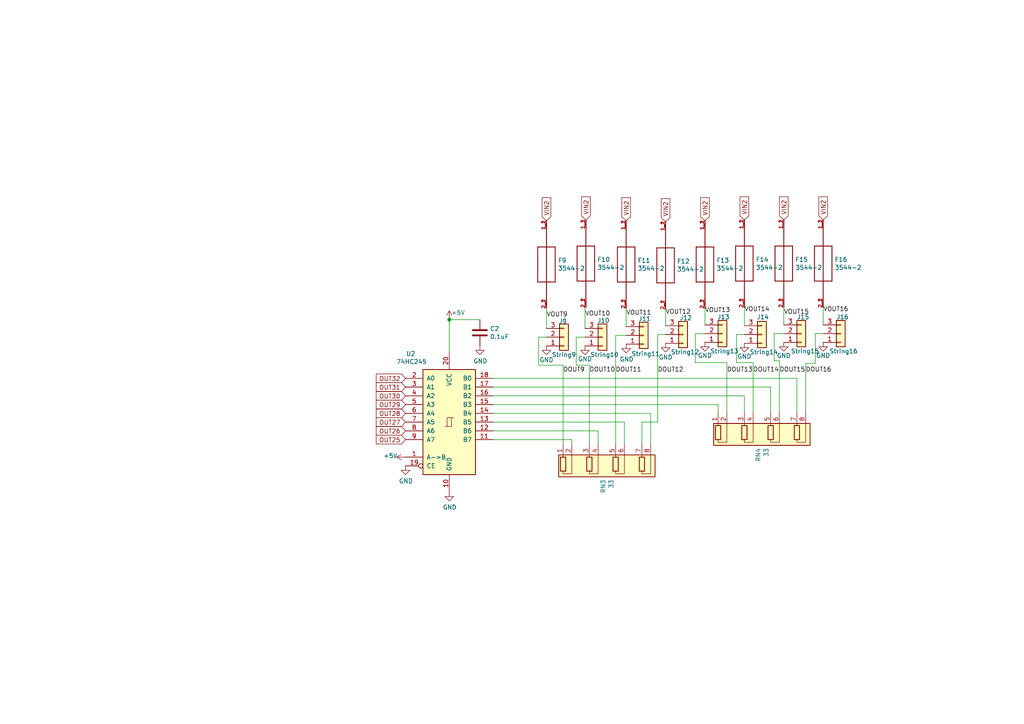
<source format=kicad_sch>
(kicad_sch (version 20211123) (generator eeschema)
  (paper "A4")
  (title_block (title "16 Expansion SMD") (date "2022-06-05") (rev "v3") (company "Scott Hanson"))
  (lib_symbols
    (symbol "74xx:74HC245" (pin_names (offset 1.016))
      (property "Reference" "U" (at -7.62 16.51 0))
      (property "Value" "74HC245" (at -7.62 -16.51 0))
      (symbol "74HC245_1_0"
        (polyline (pts (xy -0.635 -1.27) (xy -0.635 1.27) (xy 0.635 1.27)))
        (polyline (pts (xy -1.27 -1.27) (xy 0.635 -1.27) (xy 0.635 1.27) (xy 1.27 1.27)))
        (pin input line (at -12.7 -10.16 0) (length 5.08) (name "A->B") (number "1"))
        (pin power_in line (at 0 -20.32 90) (length 5.08) (name "GND") (number "10"))
        (pin tri_state line (at 12.7 -5.08 180) (length 5.08) (name "B7") (number "11"))
        (pin tri_state line (at 12.7 -2.54 180) (length 5.08) (name "B6") (number "12"))
        (pin tri_state line (at 12.7 0 180) (length 5.08) (name "B5") (number "13"))
        (pin tri_state line (at 12.7 2.54 180) (length 5.08) (name "B4") (number "14"))
        (pin tri_state line (at 12.7 5.08 180) (length 5.08) (name "B3") (number "15"))
        (pin tri_state line (at 12.7 7.62 180) (length 5.08) (name "B2") (number "16"))
        (pin tri_state line (at 12.7 10.16 180) (length 5.08) (name "B1") (number "17"))
        (pin tri_state line (at 12.7 12.7 180) (length 5.08) (name "B0") (number "18"))
        (pin input inverted (at -12.7 -12.7 0) (length 5.08) (name "CE") (number "19"))
        (pin tri_state line (at -12.7 12.7 0) (length 5.08) (name "A0") (number "2"))
        (pin power_in line (at 0 20.32 270) (length 5.08) (name "VCC") (number "20"))
        (pin tri_state line (at -12.7 10.16 0) (length 5.08) (name "A1") (number "3"))
        (pin tri_state line (at -12.7 7.62 0) (length 5.08) (name "A2") (number "4"))
        (pin tri_state line (at -12.7 5.08 0) (length 5.08) (name "A3") (number "5"))
        (pin tri_state line (at -12.7 2.54 0) (length 5.08) (name "A4") (number "6"))
        (pin tri_state line (at -12.7 0 0) (length 5.08) (name "A5") (number "7"))
        (pin tri_state line (at -12.7 -2.54 0) (length 5.08) (name "A6") (number "8"))
        (pin tri_state line (at -12.7 -5.08 0) (length 5.08) (name "A7") (number "9"))
      )
      (symbol "74HC245_1_1"
        (rectangle (start -7.62 15.24) (end 7.62 -15.24) (stroke (width 0.254)) (fill (type background)))
      )
    )
    (symbol "Connector_Generic:Conn_01x03" (pin_names (offset 1.016) hide)
      (property "Reference" "J" (at 0 5.08 0))
      (property "Value" "Conn_01x03" (at 0 -5.08 0))
      (symbol "Conn_01x03_1_1"
        (rectangle (start -1.27 -2.413) (end 0 -2.667) (stroke (width 0.1524)))
        (rectangle (start -1.27 0.127) (end 0 -0.127) (stroke (width 0.1524)))
        (rectangle (start -1.27 2.667) (end 0 2.413) (stroke (width 0.1524)))
        (rectangle (start -1.27 3.81) (end 1.27 -3.81) (stroke (width 0.254)) (fill (type background)))
        (pin passive line (at -5.08 2.54 0) (length 3.81) (name "Pin_1") (number "1"))
        (pin passive line (at -5.08 0 0) (length 3.81) (name "Pin_2") (number "2"))
        (pin passive line (at -5.08 -2.54 0) (length 3.81) (name "Pin_3") (number "3"))
      )
    )
    (symbol "PB_16-rescue:3544-2-Keystone_Fuse" (pin_names (offset 1.016) hide)
      (property "Reference" "F" (at -5.08 3.302 0))
      (property "Value" "3544-2-Keystone_Fuse" (at -5.08 -5.08 0))
      (symbol "3544-2-Keystone_Fuse_0_0"
        (polyline (pts (xy -12.7 0) (xy 12.7 0)) (stroke (width 0.254)))
        (polyline (pts (xy -5.08 -2.54) (xy -5.08 2.54)) (stroke (width 0.254)))
        (polyline (pts (xy -5.08 2.54) (xy 5.08 2.54)) (stroke (width 0.254)))
        (polyline (pts (xy 5.08 -2.54) (xy -5.08 -2.54)) (stroke (width 0.254)))
        (polyline (pts (xy 5.08 2.54) (xy 5.08 -2.54)) (stroke (width 0.254)))
        (pin passive line (at -12.7 0 0) (length 2.54) (name "1") (number "1_1"))
        (pin passive line (at -12.7 0 0) (length 2.54) (name "1") (number "1_2"))
        (pin passive line (at 12.7 0 180) (length 2.54) (name "2") (number "2_1"))
        (pin passive line (at 12.7 0 180) (length 2.54) (name "2") (number "2_2"))
      )
    )
    (symbol "PB_16-rescue:C-Device" (pin_numbers hide) (pin_names (offset 0.254))
      (property "Reference" "C" (at 0.635 2.54 0))
      (property "Value" "C-Device" (at 0.635 -2.54 0))
      (symbol "C-Device_0_1"
        (polyline (pts (xy -2.032 -0.762) (xy 2.032 -0.762)) (stroke (width 0.508)))
        (polyline (pts (xy -2.032 0.762) (xy 2.032 0.762)) (stroke (width 0.508)))
      )
      (symbol "C-Device_1_1"
        (pin passive line (at 0 3.81 270) (length 2.794) (name "~") (number "1"))
        (pin passive line (at 0 -3.81 90) (length 2.794) (name "~") (number "2"))
      )
    )
    (symbol "PB_16-rescue:R_Pack04_SIP-Device" (pin_names (offset 0) hide)
      (property "Reference" "RN" (at -15.24 0 90))
      (property "Value" "R_Pack04_SIP-Device" (at 15.24 0 90))
      (symbol "R_Pack04_SIP-Device_0_1"
        (rectangle (start -13.97 -1.905) (end 13.97 4.445) (stroke (width 0.254)) (fill (type background)))
        (rectangle (start -13.462 2.794) (end -11.938 -1.27) (stroke (width 0.254)))
        (rectangle (start -5.842 2.794) (end -4.318 -1.27) (stroke (width 0.254)))
        (polyline (pts (xy -12.7 2.794) (xy -12.7 3.556) (xy -10.16 3.556) (xy -10.16 -1.27)))
        (polyline (pts (xy -5.08 2.794) (xy -5.08 3.556) (xy -2.54 3.556) (xy -2.54 -1.27)))
        (polyline (pts (xy 2.54 2.794) (xy 2.54 3.556) (xy 5.08 3.556) (xy 5.08 -1.27)))
        (polyline (pts (xy 10.16 2.794) (xy 10.16 3.556) (xy 12.7 3.556) (xy 12.7 -1.27)))
        (rectangle (start 1.778 2.794) (end 3.302 -1.27) (stroke (width 0.254)))
        (rectangle (start 9.398 2.794) (end 10.922 -1.27) (stroke (width 0.254)))
      )
      (symbol "R_Pack04_SIP-Device_1_1"
        (pin passive line (at -12.7 -5.08 90) (length 3.81) (name "R1.1") (number "1"))
        (pin passive line (at -10.16 -5.08 90) (length 3.81) (name "R1.2") (number "2"))
        (pin passive line (at -5.08 -5.08 90) (length 3.81) (name "R2.1") (number "3"))
        (pin passive line (at -2.54 -5.08 90) (length 3.81) (name "R2.2") (number "4"))
        (pin passive line (at 2.54 -5.08 90) (length 3.81) (name "R3.1") (number "5"))
        (pin passive line (at 5.08 -5.08 90) (length 3.81) (name "R3.2") (number "6"))
        (pin passive line (at 10.16 -5.08 90) (length 3.81) (name "R4.1") (number "7"))
        (pin passive line (at 12.7 -5.08 90) (length 3.81) (name "R4.2") (number "8"))
      )
    )
    (symbol "power:+5V" (power) (pin_names (offset 0))
      (property "Value" "+5V" (at 0 3.556 0))
      (symbol "+5V_0_1"
        (polyline (pts (xy -0.762 1.27) (xy 0 2.54)))
        (polyline (pts (xy 0 0) (xy 0 2.54)))
        (polyline (pts (xy 0 2.54) (xy 0.762 1.27)))
      )
      (symbol "+5V_1_1"
        (pin power_in line (at 0 0 90) (length 0) hide (name "+5V") (number "1"))
      )
    )
    (symbol "power:GND" (power) (pin_names (offset 0))
      (property "Value" "GND" (at 0 -3.81 0))
      (symbol "GND_0_1"
        (polyline (pts (xy 0 0) (xy 0 -1.27) (xy 1.27 -1.27) (xy 0 -2.54) (xy -1.27 -1.27) (xy 0 -1.27)))
      )
      (symbol "GND_1_1"
        (pin power_in line (at 0 0 270) (length 0) hide (name "GND") (number "1"))
      )
    )
  )
  (junction (at 130.302 92.71))
  (wire (pts (xy 188.722 119.888) (xy 188.722 128.778)))
  (wire (pts (xy 226.06 119.634) (xy 226.06 104.648)))
  (wire (pts (xy 236.474 105.41) (xy 236.474 96.774)))
  (wire (pts (xy 143.002 119.888) (xy 188.722 119.888)))
  (wire (pts (xy 218.44 105.156) (xy 218.44 119.634)))
  (wire (pts (xy 213.614 105.156) (xy 218.44 105.156)))
  (wire (pts (xy 204.47 96.774) (xy 201.676 96.774)))
  (wire (pts (xy 143.002 112.268) (xy 223.52 112.268)))
  (wire (pts (xy 163.322 105.918) (xy 156.21 105.918)))
  (wire (pts (xy 143.002 109.728) (xy 231.14 109.728)))
  (wire (pts (xy 130.302 92.71) (xy 130.302 102.108)))
  (wire (pts (xy 215.9 89.154) (xy 215.9 94.488)))
  (wire (pts (xy 169.672 89.154) (xy 169.926 89.154)))
  (wire (pts (xy 210.82 105.156) (xy 210.82 119.634)))
  (wire (pts (xy 193.04 94.488) (xy 193.04 89.662)))
  (wire (pts (xy 208.28 117.348) (xy 208.28 119.634)))
  (wire (pts (xy 169.672 97.79) (xy 167.132 97.79)))
  (wire (pts (xy 143.002 127.508) (xy 165.862 127.508)))
  (wire (pts (xy 201.676 105.156) (xy 210.82 105.156)))
  (wire (pts (xy 233.68 119.634) (xy 233.68 105.41)))
  (wire (pts (xy 181.61 89.408) (xy 181.61 94.742)))
  (wire (pts (xy 143.002 117.348) (xy 208.28 117.348)))
  (wire (pts (xy 169.672 95.25) (xy 169.672 89.154)))
  (wire (pts (xy 139.192 92.71) (xy 130.302 92.71)))
  (wire (pts (xy 231.14 109.728) (xy 231.14 119.634)))
  (wire (pts (xy 178.562 128.778) (xy 178.562 97.282)))
  (wire (pts (xy 143.002 114.808) (xy 215.9 114.808)))
  (wire (pts (xy 236.474 96.774) (xy 238.76 96.774)))
  (wire (pts (xy 143.002 122.428) (xy 181.102 122.428)))
  (wire (pts (xy 163.322 128.778) (xy 163.322 105.918)))
  (wire (pts (xy 190.754 122.428) (xy 186.182 122.428)))
  (wire (pts (xy 233.68 105.41) (xy 236.474 105.41)))
  (wire (pts (xy 181.102 122.428) (xy 181.102 128.778)))
  (wire (pts (xy 226.06 104.648) (xy 224.536 104.648)))
  (wire (pts (xy 178.562 97.282) (xy 181.61 97.282)))
  (wire (pts (xy 227.33 89.154) (xy 227.33 94.234)))
  (wire (pts (xy 143.002 124.968) (xy 173.482 124.968)))
  (wire (pts (xy 215.9 97.028) (xy 213.614 97.028)))
  (wire (pts (xy 201.676 96.774) (xy 201.676 105.156)))
  (wire (pts (xy 167.132 105.918) (xy 167.132 97.79)))
  (wire (pts (xy 170.942 105.918) (xy 167.132 105.918)))
  (wire (pts (xy 224.536 104.648) (xy 224.536 96.774)))
  (wire (pts (xy 193.04 97.028) (xy 190.754 97.028)))
  (wire (pts (xy 213.614 97.028) (xy 213.614 105.156)))
  (wire (pts (xy 238.76 94.234) (xy 238.76 89.154)))
  (wire (pts (xy 186.182 122.428) (xy 186.182 128.778)))
  (wire (pts (xy 158.496 89.408) (xy 158.496 95.25)))
  (wire (pts (xy 215.9 119.634) (xy 215.9 114.808)))
  (wire (pts (xy 223.52 112.268) (xy 223.52 119.634)))
  (wire (pts (xy 190.754 97.028) (xy 190.754 122.428)))
  (wire (pts (xy 156.21 105.918) (xy 156.21 97.79)))
  (wire (pts (xy 204.47 94.234) (xy 204.47 89.408)))
  (wire (pts (xy 156.21 97.79) (xy 158.496 97.79)))
  (wire (pts (xy 224.536 96.774) (xy 227.33 96.774)))
  (wire (pts (xy 170.942 128.778) (xy 170.942 105.918)))
  (wire (pts (xy 165.862 127.508) (xy 165.862 128.778)))
  (wire (pts (xy 173.482 124.968) (xy 173.482 128.778)))
  (label "VOUT9" (at 158.496 92.202 0))
  (label "DOUT13" (at 210.82 108.204 0))
  (label "VOUT12" (at 193.04 91.44 0))
  (label "DOUT12" (at 190.754 108.204 0))
  (label "VOUT14" (at 215.9 90.678 0))
  (label "DOUT10" (at 170.942 108.204 0))
  (label "VOUT13" (at 204.47 90.932 0))
  (label "DOUT14" (at 218.44 108.204 0))
  (label "DOUT11" (at 178.562 108.204 0))
  (label "VOUT16" (at 238.76 90.678 0))
  (label "DOUT15" (at 226.06 108.204 0))
  (label "DOUT16" (at 233.68 108.204 0))
  (label "DOUT9" (at 163.322 108.204 0))
  (label "VOUT10" (at 169.672 91.948 0))
  (label "VOUT15" (at 227.33 91.44 0))
  (label "VOUT11" (at 181.61 91.694 0))
  (global_label "OUT25" (shape input) (at 117.602 127.508 180) (property "Intersheet References" "${INTERSHEET_REFS}" (effects hide)))
  (global_label "VIN2" (shape input) (at 169.926 63.754 90) (property "Intersheet References" "${INTERSHEET_REFS}" (effects hide)))
  (global_label "OUT30" (shape input) (at 117.602 114.808 180) (property "Intersheet References" "${INTERSHEET_REFS}" (effects hide)))
  (global_label "OUT28" (shape input) (at 117.602 119.888 180) (property "Intersheet References" "${INTERSHEET_REFS}" (effects hide)))
  (global_label "OUT31" (shape input) (at 117.602 112.268 180) (property "Intersheet References" "${INTERSHEET_REFS}" (effects hide)))
  (global_label "OUT26" (shape input) (at 117.602 124.968 180) (property "Intersheet References" "${INTERSHEET_REFS}" (effects hide)))
  (global_label "VIN2" (shape input) (at 181.61 64.008 90) (property "Intersheet References" "${INTERSHEET_REFS}" (effects hide)))
  (global_label "VIN2" (shape input) (at 204.47 64.008 90) (property "Intersheet References" "${INTERSHEET_REFS}" (effects hide)))
  (global_label "VIN2" (shape input) (at 215.9 63.754 90) (property "Intersheet References" "${INTERSHEET_REFS}" (effects hide)))
  (global_label "VIN2" (shape input) (at 238.76 63.754 90) (property "Intersheet References" "${INTERSHEET_REFS}" (effects hide)))
  (global_label "OUT27" (shape input) (at 117.602 122.428 180) (property "Intersheet References" "${INTERSHEET_REFS}" (effects hide)))
  (global_label "VIN2" (shape input) (at 193.04 64.262 90) (property "Intersheet References" "${INTERSHEET_REFS}" (effects hide)))
  (global_label "OUT29" (shape input) (at 117.602 117.348 180) (property "Intersheet References" "${INTERSHEET_REFS}" (effects hide)))
  (global_label "OUT32" (shape input) (at 117.602 109.728 180) (property "Intersheet References" "${INTERSHEET_REFS}" (effects hide)))
  (global_label "VIN2" (shape input) (at 227.33 63.754 90) (property "Intersheet References" "${INTERSHEET_REFS}" (effects hide)))
  (global_label "VIN2" (shape input) (at 158.496 64.008 90) (property "Intersheet References" "${INTERSHEET_REFS}" (effects hide)))
  (symbol (lib_id "Connector_Generic:Conn_01x03") (at 163.576 97.79 0) (mirror x) (unit 1)
    (property "Reference" "J9" (at 162.052 93.218 0) (effects (justify left)))
    (property "Value" "String9" (at 160.02 102.87 0) (effects (justify left)))
    (property "Footprint" "Connector_Phoenix_MC:PhoenixContact_MCV_1,5_3-G-3.5_1x03_P3.50mm_Vertical" (effects hide))
    (property "Digi-Key_PN" "277-5737-ND/ED10555-ND" (effects hide))
    (property "MPN" "1843619/OSTTJ0311530" (effects hide))
  )
  (symbol (lib_id "Connector_Generic:Conn_01x03") (at 174.752 97.79 0) (mirror x) (unit 1)
    (property "Reference" "J10" (at 173.228 92.964 0) (effects (justify left)))
    (property "Value" "String10" (at 171.196 102.87 0) (effects (justify left)))
    (property "Footprint" "Connector_Phoenix_MC:PhoenixContact_MCV_1,5_3-G-3.5_1x03_P3.50mm_Vertical" (effects hide))
    (property "Digi-Key_PN" "277-5737-ND/ED10555-ND" (effects hide))
    (property "MPN" "1843619/OSTTJ0311530" (effects hide))
  )
  (symbol (lib_id "Connector_Generic:Conn_01x03") (at 186.69 97.282 0) (mirror x) (unit 1)
    (property "Reference" "J11" (at 185.166 92.456 0) (effects (justify left)))
    (property "Value" "String11" (at 183.134 102.616 0) (effects (justify left)))
    (property "Footprint" "Connector_Phoenix_MC:PhoenixContact_MCV_1,5_3-G-3.5_1x03_P3.50mm_Vertical" (effects hide))
    (property "Digi-Key_PN" "277-5737-ND/ED10555-ND" (effects hide))
    (property "MPN" "1843619/OSTTJ0311530" (effects hide))
  )
  (symbol (lib_id "Connector_Generic:Conn_01x03") (at 198.12 97.028 0) (mirror x) (unit 1)
    (property "Reference" "J12" (at 197.104 92.202 0) (effects (justify left)))
    (property "Value" "String12" (at 194.564 102.108 0) (effects (justify left)))
    (property "Footprint" "Connector_Phoenix_MC:PhoenixContact_MCV_1,5_3-G-3.5_1x03_P3.50mm_Vertical" (effects hide))
    (property "Digi-Key_PN" "277-5737-ND/ED10555-ND" (effects hide))
    (property "MPN" "1843619/OSTTJ0311530" (effects hide))
  )
  (symbol (lib_id "Connector_Generic:Conn_01x03") (at 209.55 96.774 0) (mirror x) (unit 1)
    (property "Reference" "J13" (at 208.026 91.948 0) (effects (justify left)))
    (property "Value" "String13" (at 205.994 101.854 0) (effects (justify left)))
    (property "Footprint" "Connector_Phoenix_MC:PhoenixContact_MCV_1,5_3-G-3.5_1x03_P3.50mm_Vertical" (effects hide))
    (property "Digi-Key_PN" "277-5737-ND/ED10555-ND" (effects hide))
    (property "MPN" "1843619/OSTTJ0311530" (effects hide))
  )
  (symbol (lib_id "Connector_Generic:Conn_01x03") (at 220.98 97.028 0) (mirror x) (unit 1)
    (property "Reference" "J14" (at 219.456 91.948 0) (effects (justify left)))
    (property "Value" "String14" (at 217.424 102.108 0) (effects (justify left)))
    (property "Footprint" "Connector_Phoenix_MC:PhoenixContact_MCV_1,5_3-G-3.5_1x03_P3.50mm_Vertical" (effects hide))
    (property "Digi-Key_PN" "277-5737-ND/ED10555-ND" (effects hide))
    (property "MPN" "1843619/OSTTJ0311530" (effects hide))
  )
  (symbol (lib_id "Connector_Generic:Conn_01x03") (at 232.41 96.774 0) (mirror x) (unit 1)
    (property "Reference" "J15" (at 231.14 91.948 0) (effects (justify left)))
    (property "Value" "String15" (at 229.362 101.854 0) (effects (justify left)))
    (property "Footprint" "Connector_Phoenix_MC:PhoenixContact_MCV_1,5_3-G-3.5_1x03_P3.50mm_Vertical" (effects hide))
    (property "Digi-Key_PN" "277-5737-ND/ED10555-ND" (effects hide))
    (property "MPN" "1843619/OSTTJ0311530" (effects hide))
  )
  (symbol (lib_id "Connector_Generic:Conn_01x03") (at 243.84 96.774 0) (mirror x) (unit 1)
    (property "Reference" "J16" (at 242.57 91.948 0) (effects (justify left)))
    (property "Value" "String16" (at 240.538 101.854 0) (effects (justify left)))
    (property "Footprint" "Connector_Phoenix_MC:PhoenixContact_MCV_1,5_3-G-3.5_1x03_P3.50mm_Vertical" (effects hide))
    (property "Digi-Key_PN" "277-5737-ND/ED10555-ND" (effects hide))
    (property "MPN" "1843619/OSTTJ0311530" (effects hide))
  )
  (symbol (lib_id "power:GND") (at 158.496 100.33 0) (unit 1)
    (property "Reference" "#PWR024" (effects hide))
    (property "Value" "GND" (at 158.496 104.394 0))
  )
  (symbol (lib_id "power:GND") (at 169.672 100.33 0) (unit 1)
    (property "Reference" "#PWR025" (effects hide))
    (property "Value" "GND" (at 169.672 104.14 0))
  )
  (symbol (lib_id "power:GND") (at 181.61 99.822 0) (unit 1)
    (property "Reference" "#PWR026" (effects hide))
    (property "Value" "GND" (at 181.737 104.2162 0))
  )
  (symbol (lib_id "power:GND") (at 193.04 99.568 0) (unit 1)
    (property "Reference" "#PWR027" (effects hide))
    (property "Value" "GND" (at 193.04 103.632 0))
  )
  (symbol (lib_id "power:GND") (at 204.47 99.314 0) (unit 1)
    (property "Reference" "#PWR028" (effects hide))
    (property "Value" "GND" (at 204.47 103.124 0))
  )
  (symbol (lib_id "power:GND") (at 215.9 99.568 0) (unit 1)
    (property "Reference" "#PWR029" (effects hide))
    (property "Value" "GND" (at 215.9 103.378 0))
  )
  (symbol (lib_id "power:GND") (at 227.33 99.314 0) (unit 1)
    (property "Reference" "#PWR030" (effects hide))
    (property "Value" "GND" (at 227.33 103.124 0))
  )
  (symbol (lib_id "power:GND") (at 238.76 99.314 0) (unit 1)
    (property "Reference" "#PWR031" (effects hide))
    (property "Value" "GND" (at 238.76 103.124 0))
  )
  (symbol (lib_id "PB_16-rescue:3544-2-Keystone_Fuse") (at 169.926 76.454 270) (unit 1)
    (property "Reference" "F10" (at 173.228 75.2856 90) (effects (justify left)))
    (property "Value" "3544-2" (at 173.228 77.597 90) (effects (justify left)))
    (property "Footprint" "Keystone_Fuse:FUSE_3544-2" (effects hide))
    (property "Field4" "3544-2" (effects hide))
    (property "Field5" "None" (effects hide))
    (property "Field6" "Unavailable" (effects hide))
    (property "Field7" "Fuse Clip; 500 VAC; 30 A; PCB; For 0.110 in. x 0.032 in. mini blade fuses" (effects hide))
    (property "Field8" "Keystone Electronics" (effects hide))
    (property "Digi-Key_PN" "36-3544-2-ND" (effects hide))
    (property "MPN" "3544-2" (effects hide))
  )
  (symbol (lib_id "PB_16-rescue:3544-2-Keystone_Fuse") (at 181.61 76.708 270) (unit 1)
    (property "Reference" "F11" (at 184.912 75.5396 90) (effects (justify left)))
    (property "Value" "3544-2" (at 184.912 77.851 90) (effects (justify left)))
    (property "Footprint" "Keystone_Fuse:FUSE_3544-2" (effects hide))
    (property "Field4" "3544-2" (effects hide))
    (property "Field5" "None" (effects hide))
    (property "Field6" "Unavailable" (effects hide))
    (property "Field7" "Fuse Clip; 500 VAC; 30 A; PCB; For 0.110 in. x 0.032 in. mini blade fuses" (effects hide))
    (property "Field8" "Keystone Electronics" (effects hide))
    (property "Digi-Key_PN" "36-3544-2-ND" (effects hide))
    (property "MPN" "3544-2" (effects hide))
  )
  (symbol (lib_id "PB_16-rescue:3544-2-Keystone_Fuse") (at 193.04 76.962 270) (unit 1)
    (property "Reference" "F12" (at 196.342 75.7936 90) (effects (justify left)))
    (property "Value" "3544-2" (at 196.342 78.105 90) (effects (justify left)))
    (property "Footprint" "Keystone_Fuse:FUSE_3544-2" (effects hide))
    (property "Field4" "3544-2" (effects hide))
    (property "Field5" "None" (effects hide))
    (property "Field6" "Unavailable" (effects hide))
    (property "Field7" "Fuse Clip; 500 VAC; 30 A; PCB; For 0.110 in. x 0.032 in. mini blade fuses" (effects hide))
    (property "Field8" "Keystone Electronics" (effects hide))
    (property "Digi-Key_PN" "36-3544-2-ND" (effects hide))
    (property "MPN" "3544-2" (effects hide))
  )
  (symbol (lib_id "PB_16-rescue:3544-2-Keystone_Fuse") (at 204.47 76.708 270) (unit 1)
    (property "Reference" "F13" (at 207.772 75.5396 90) (effects (justify left)))
    (property "Value" "3544-2" (at 207.772 77.851 90) (effects (justify left)))
    (property "Footprint" "Keystone_Fuse:FUSE_3544-2" (effects hide))
    (property "Field4" "3544-2" (effects hide))
    (property "Field5" "None" (effects hide))
    (property "Field6" "Unavailable" (effects hide))
    (property "Field7" "Fuse Clip; 500 VAC; 30 A; PCB; For 0.110 in. x 0.032 in. mini blade fuses" (effects hide))
    (property "Field8" "Keystone Electronics" (effects hide))
    (property "Digi-Key_PN" "36-3544-2-ND" (effects hide))
    (property "MPN" "3544-2" (effects hide))
  )
  (symbol (lib_id "PB_16-rescue:3544-2-Keystone_Fuse") (at 215.9 76.454 270) (unit 1)
    (property "Reference" "F14" (at 219.202 75.2856 90) (effects (justify left)))
    (property "Value" "3544-2" (at 219.202 77.597 90) (effects (justify left)))
    (property "Footprint" "Keystone_Fuse:FUSE_3544-2" (effects hide))
    (property "Field4" "3544-2" (effects hide))
    (property "Field5" "None" (effects hide))
    (property "Field6" "Unavailable" (effects hide))
    (property "Field7" "Fuse Clip; 500 VAC; 30 A; PCB; For 0.110 in. x 0.032 in. mini blade fuses" (effects hide))
    (property "Field8" "Keystone Electronics" (effects hide))
    (property "Digi-Key_PN" "36-3544-2-ND" (effects hide))
    (property "MPN" "3544-2" (effects hide))
  )
  (symbol (lib_id "PB_16-rescue:3544-2-Keystone_Fuse") (at 227.33 76.454 270) (unit 1)
    (property "Reference" "F15" (at 230.632 75.2856 90) (effects (justify left)))
    (property "Value" "3544-2" (at 230.632 77.597 90) (effects (justify left)))
    (property "Footprint" "Keystone_Fuse:FUSE_3544-2" (effects hide))
    (property "Field4" "3544-2" (effects hide))
    (property "Field5" "None" (effects hide))
    (property "Field6" "Unavailable" (effects hide))
    (property "Field7" "Fuse Clip; 500 VAC; 30 A; PCB; For 0.110 in. x 0.032 in. mini blade fuses" (effects hide))
    (property "Field8" "Keystone Electronics" (effects hide))
    (property "Digi-Key_PN" "36-3544-2-ND" (effects hide))
    (property "MPN" "3544-2" (effects hide))
  )
  (symbol (lib_id "PB_16-rescue:3544-2-Keystone_Fuse") (at 238.76 76.454 270) (unit 1)
    (property "Reference" "F16" (at 242.062 75.2856 90) (effects (justify left)))
    (property "Value" "3544-2" (at 242.062 77.597 90) (effects (justify left)))
    (property "Footprint" "Keystone_Fuse:FUSE_3544-2" (effects hide))
    (property "Field4" "3544-2" (effects hide))
    (property "Field5" "None" (effects hide))
    (property "Field6" "Unavailable" (effects hide))
    (property "Field7" "Fuse Clip; 500 VAC; 30 A; PCB; For 0.110 in. x 0.032 in. mini blade fuses" (effects hide))
    (property "Field8" "Keystone Electronics" (effects hide))
    (property "Digi-Key_PN" "36-3544-2-ND" (effects hide))
    (property "MPN" "3544-2" (effects hide))
  )
  (symbol (lib_id "power:GND") (at 130.302 142.748 0) (unit 1)
    (property "Reference" "#PWR023" (effects hide))
    (property "Value" "GND" (at 130.429 147.1422 0))
  )
  (symbol (lib_id "power:+5V") (at 117.602 132.588 90) (unit 1)
    (property "Reference" "#PWR020" (effects hide))
    (property "Value" "+5V" (at 113.2078 132.207 90))
  )
  (symbol (lib_id "power:GND") (at 117.602 135.128 0) (unit 1)
    (property "Reference" "#PWR021" (effects hide))
    (property "Value" "GND" (at 117.729 139.5222 0))
  )
  (symbol (lib_id "PB_16-rescue:C-Device") (at 139.192 96.52 0) (unit 1)
    (property "Reference" "C2" (at 142.113 95.3516 0) (effects (justify left)))
    (property "Value" "0.1uF" (at 142.113 97.663 0) (effects (justify left)))
    (property "Footprint" "Capacitor_SMD:C_0805_2012Metric_Pad1.15x1.40mm_HandSolder" (effects hide))
    (property "Digi-Key_PN" "478-1395-1-ND" (effects hide))
    (property "MPN" "08055C104KAT2A" (effects hide))
    (property "LCSC" "C49678" (effects hide))
  )
  (symbol (lib_id "power:+5V") (at 130.302 92.71 0) (unit 1)
    (property "Reference" "#PWR022" (effects hide))
    (property "Value" "+5V" (at 132.842 90.678 0))
  )
  (symbol (lib_id "PB_16-rescue:R_Pack04_SIP-Device") (at 220.98 124.714 0) (mirror x) (unit 1)
    (property "Reference" "RN4" (at 219.9132 129.921 90) (effects (justify left)))
    (property "Value" "33" (at 222.2246 129.921 90) (effects (justify left)))
    (property "Footprint" "Resistor_THT:R_Array_SIP8" (effects hide))
    (property "Datasheet" "http://www.vishay.com/docs/31509/csc.pdf" (effects hide))
    (property "Digi-Key_PN" "4608X-2-330LF-ND" (effects hide))
    (property "MPN" "4608X-102-330LF" (effects hide))
  )
  (symbol (lib_id "PB_16-rescue:3544-2-Keystone_Fuse") (at 158.496 76.708 270) (unit 1)
    (property "Reference" "F9" (at 161.798 75.5396 90) (effects (justify left)))
    (property "Value" "3544-2" (at 161.798 77.851 90) (effects (justify left)))
    (property "Footprint" "Keystone_Fuse:FUSE_3544-2" (effects hide))
    (property "Field4" "3544-2" (effects hide))
    (property "Field5" "None" (effects hide))
    (property "Field6" "Unavailable" (effects hide))
    (property "Field7" "Fuse Clip; 500 VAC; 30 A; PCB; For 0.110 in. x 0.032 in. mini blade fuses" (effects hide))
    (property "Field8" "Keystone Electronics" (effects hide))
    (property "Digi-Key_PN" "36-3544-2-ND" (effects hide))
    (property "MPN" "3544-2" (effects hide))
  )
  (symbol (lib_id "PB_16-rescue:R_Pack04_SIP-Device") (at 176.022 133.858 0) (mirror x) (unit 1)
    (property "Reference" "RN3" (at 174.9552 139.065 90) (effects (justify left)))
    (property "Value" "33" (at 177.2666 139.065 90) (effects (justify left)))
    (property "Footprint" "Resistor_THT:R_Array_SIP8" (effects hide))
    (property "Datasheet" "http://www.vishay.com/docs/31509/csc.pdf" (effects hide))
    (property "Digi-Key_PN" "4608X-2-330LF-ND" (effects hide))
    (property "MPN" "4608X-102-330LF" (effects hide))
  )
  (symbol (lib_id "74xx:74HC245") (at 130.302 122.428 0) (unit 1)
    (property "Reference" "U2" (at 119.126 102.616 0))
    (property "Value" "74HC245" (at 119.38 104.902 0))
    (property "Footprint" "Package_SO:SOIC-20W_7.5x12.8mm_P1.27mm" (effects hide))
    (property "Datasheet" "http://www.ti.com/lit/gpn/sn74HC245" (effects hide))
    (property "Digi-Key_PN" "296-8279-1-ND" (effects hide))
    (property "LCSC" "C5625" (effects hide))
    (property "MPN" "SN74HC245PWR" (effects hide))
  )
  (symbol (lib_id "power:GND") (at 139.192 100.33 0) (unit 1)
    (property "Reference" "#PWR0103" (effects hide))
    (property "Value" "GND" (at 139.319 104.7242 0))
  )
)
</source>
